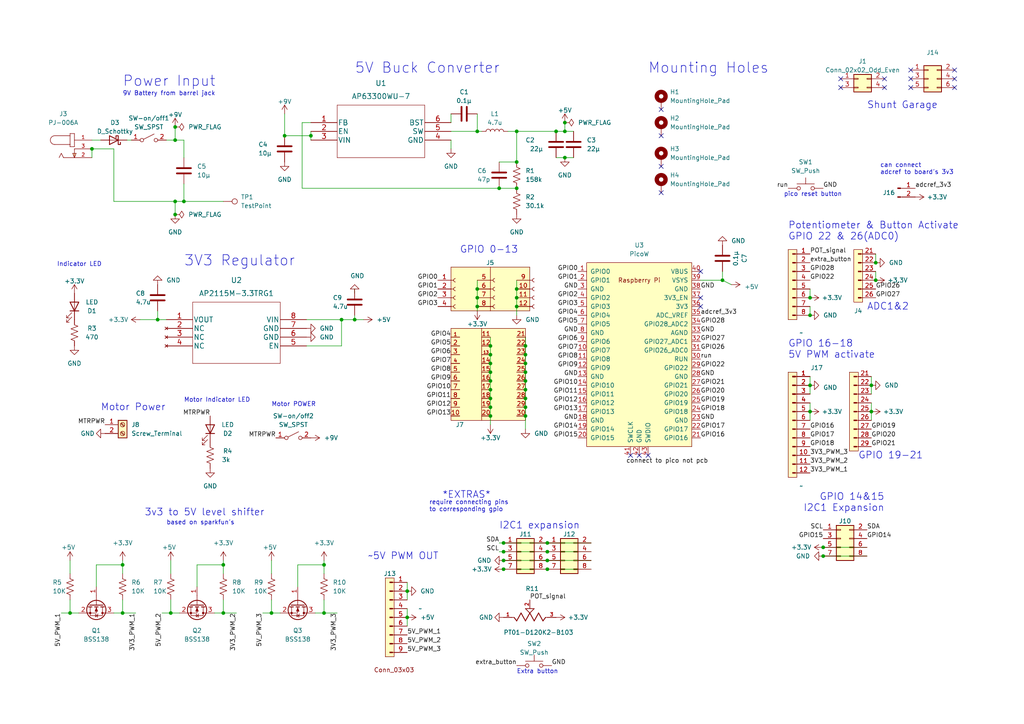
<source format=kicad_sch>
(kicad_sch (version 20230121) (generator eeschema)
  (paper "A4")
  (junction (at 35.56 177.8))
  (junction (at 152.4 115.57))
  (junction (at 102.87 92.71))
  (junction (at 152.4 105.41))
  (junction (at 254 81.28))
  (junction (at 142.24 107.95))
  (junction (at 118.11 171.45))
  (junction (at 142.24 100.33))
  (junction (at 149.86 86.36))
  (junction (at 234.95 111.76))
  (junction (at 138.43 86.36))
  (junction (at 50.8 58.42))
  (junction (at 138.43 88.9))
  (junction (at 64.77 177.8))
  (junction (at 158.75 162.56))
  (junction (at 49.53 177.8))
  (junction (at 142.24 115.57))
  (junction (at 163.83 38.1))
  (junction (at 163.83 45.72))
  (junction (at 149.86 46.99))
  (junction (at 146.05 160.02))
  (junction (at 149.86 83.82))
  (junction (at 149.86 54.61))
  (junction (at 99.06 92.71))
  (junction (at 138.43 83.82))
  (junction (at 152.4 107.95))
  (junction (at 138.43 38.1))
  (junction (at 142.24 118.11))
  (junction (at 90.17 39.37))
  (junction (at 142.24 113.03))
  (junction (at 142.24 105.41))
  (junction (at 238.76 161.29))
  (junction (at 20.32 177.8))
  (junction (at 158.75 160.02))
  (junction (at 209.55 81.28))
  (junction (at 26.67 43.18))
  (junction (at 158.75 165.1))
  (junction (at 152.4 110.49))
  (junction (at 53.34 58.42))
  (junction (at 152.4 118.11))
  (junction (at 254 76.2))
  (junction (at 161.29 38.1))
  (junction (at 152.4 100.33))
  (junction (at 149.86 38.1))
  (junction (at 234.95 86.36))
  (junction (at 163.83 35.56))
  (junction (at 50.8 40.64))
  (junction (at 238.76 158.75))
  (junction (at 146.05 157.48))
  (junction (at 78.74 177.8))
  (junction (at 93.98 177.8))
  (junction (at 152.4 113.03))
  (junction (at 118.11 179.07))
  (junction (at 152.4 120.65))
  (junction (at 50.8 62.23))
  (junction (at 50.8 36.83))
  (junction (at 158.75 157.48))
  (junction (at 146.05 162.56))
  (junction (at 234.95 119.38))
  (junction (at 93.98 163.83))
  (junction (at 82.55 39.37))
  (junction (at 144.78 54.61))
  (junction (at 142.24 102.87))
  (junction (at 142.24 110.49))
  (junction (at 146.05 165.1))
  (junction (at 45.72 92.71))
  (junction (at 142.24 120.65))
  (junction (at 64.77 163.83))
  (junction (at 152.4 102.87))
  (junction (at 234.95 91.44))
  (junction (at 252.73 119.38))
  (junction (at 252.73 111.76))
  (junction (at 149.86 88.9))
  (junction (at 35.56 163.83))
  (no_connect (at 185.42 132.08))
  (no_connect (at 256.54 22.86))
  (no_connect (at 276.86 20.32))
  (no_connect (at 191.77 48.26))
  (no_connect (at 203.2 86.36))
  (no_connect (at 276.86 22.86))
  (no_connect (at 256.54 25.4))
  (no_connect (at 243.84 25.4))
  (no_connect (at 264.16 25.4))
  (no_connect (at 243.84 22.86))
  (no_connect (at 187.96 132.08))
  (no_connect (at 191.77 31.75))
  (no_connect (at 264.16 22.86))
  (no_connect (at 191.77 39.37))
  (no_connect (at 203.2 78.74))
  (no_connect (at 203.2 88.9))
  (no_connect (at 276.86 25.4))
  (no_connect (at 264.16 20.32))
  (no_connect (at 191.77 55.88))
  (no_connect (at 182.88 132.08))
  (wire (pts (xy 26.67 43.18) (xy 33.02 43.18)))
  (wire (pts (xy 130.81 40.64) (xy 130.81 43.18)))
  (wire (pts (xy 78.74 162.56) (xy 78.74 166.37)))
  (wire (pts (xy 40.64 92.71) (xy 45.72 92.71)))
  (wire (pts (xy 234.95 119.38) (xy 234.95 121.92)))
  (wire (pts (xy 20.32 162.56) (xy 20.32 166.37)))
  (wire (pts (xy 252.73 116.84) (xy 252.73 119.38)))
  (wire (pts (xy 118.11 179.07) (xy 118.11 181.61)))
  (wire (pts (xy 146.05 157.48) (xy 158.75 157.48)))
  (wire (pts (xy 87.63 35.56) (xy 90.17 35.56)))
  (wire (pts (xy 35.56 173.99) (xy 35.56 177.8)))
  (wire (pts (xy 45.72 92.71) (xy 48.26 92.71)))
  (wire (pts (xy 138.43 81.28) (xy 138.43 83.82)))
  (wire (pts (xy 142.24 97.79) (xy 142.24 100.33)))
  (wire (pts (xy 142.24 115.57) (xy 142.24 118.11)))
  (wire (pts (xy 57.15 170.18) (xy 57.15 163.83)))
  (wire (pts (xy 158.75 157.48) (xy 171.45 157.48)))
  (wire (pts (xy 234.95 116.84) (xy 234.95 119.38)))
  (wire (pts (xy 138.43 88.9) (xy 138.43 90.17)))
  (wire (pts (xy 27.94 170.18) (xy 27.94 163.83)))
  (wire (pts (xy 76.2 177.8) (xy 78.74 177.8)))
  (wire (pts (xy 142.24 107.95) (xy 142.24 110.49)))
  (wire (pts (xy 88.9 92.71) (xy 99.06 92.71)))
  (wire (pts (xy 142.24 110.49) (xy 142.24 113.03)))
  (wire (pts (xy 99.06 92.71) (xy 99.06 100.33)))
  (wire (pts (xy 57.15 163.83) (xy 64.77 163.83)))
  (wire (pts (xy 142.24 102.87) (xy 142.24 105.41)))
  (wire (pts (xy 102.87 91.44) (xy 102.87 92.71)))
  (wire (pts (xy 118.11 171.45) (xy 118.11 173.99)))
  (wire (pts (xy 252.73 111.76) (xy 252.73 114.3)))
  (wire (pts (xy 62.23 177.8) (xy 64.77 177.8)))
  (wire (pts (xy 35.56 162.56) (xy 35.56 163.83)))
  (wire (pts (xy 254 78.74) (xy 254 81.28)))
  (wire (pts (xy 78.74 177.8) (xy 81.28 177.8)))
  (wire (pts (xy 144.78 46.99) (xy 149.86 46.99)))
  (wire (pts (xy 35.56 177.8) (xy 39.37 177.8)))
  (wire (pts (xy 152.4 97.79) (xy 152.4 100.33)))
  (wire (pts (xy 20.32 177.8) (xy 22.86 177.8)))
  (wire (pts (xy 33.02 58.42) (xy 50.8 58.42)))
  (wire (pts (xy 99.06 92.71) (xy 102.87 92.71)))
  (wire (pts (xy 50.8 40.64) (xy 53.34 40.64)))
  (wire (pts (xy 33.02 177.8) (xy 35.56 177.8)))
  (wire (pts (xy 50.8 58.42) (xy 53.34 58.42)))
  (wire (pts (xy 33.02 43.18) (xy 33.02 58.42)))
  (wire (pts (xy 17.78 177.8) (xy 20.32 177.8)))
  (wire (pts (xy 49.53 162.56) (xy 49.53 166.37)))
  (wire (pts (xy 87.63 54.61) (xy 87.63 35.56)))
  (wire (pts (xy 158.75 165.1) (xy 171.45 165.1)))
  (wire (pts (xy 163.83 38.1) (xy 166.37 38.1)))
  (wire (pts (xy 102.87 92.71) (xy 105.41 92.71)))
  (wire (pts (xy 234.95 109.22) (xy 234.95 111.76)))
  (wire (pts (xy 49.53 177.8) (xy 52.07 177.8)))
  (wire (pts (xy 234.95 83.82) (xy 234.95 86.36)))
  (wire (pts (xy 138.43 86.36) (xy 138.43 88.9)))
  (wire (pts (xy 82.55 39.37) (xy 90.17 39.37)))
  (wire (pts (xy 149.86 81.28) (xy 149.86 83.82)))
  (wire (pts (xy 20.32 173.99) (xy 20.32 177.8)))
  (wire (pts (xy 238.76 158.75) (xy 251.46 158.75)))
  (wire (pts (xy 161.29 45.72) (xy 163.83 45.72)))
  (wire (pts (xy 149.86 38.1) (xy 161.29 38.1)))
  (wire (pts (xy 53.34 53.34) (xy 53.34 58.42)))
  (wire (pts (xy 152.4 100.33) (xy 152.4 102.87)))
  (wire (pts (xy 152.4 118.11) (xy 152.4 120.65)))
  (wire (pts (xy 49.53 173.99) (xy 49.53 177.8)))
  (wire (pts (xy 91.44 177.8) (xy 93.98 177.8)))
  (wire (pts (xy 144.78 157.48) (xy 146.05 157.48)))
  (wire (pts (xy 53.34 45.72) (xy 53.34 40.64)))
  (wire (pts (xy 90.17 38.1) (xy 90.17 39.37)))
  (wire (pts (xy 144.78 160.02) (xy 146.05 160.02)))
  (wire (pts (xy 252.73 119.38) (xy 252.73 121.92)))
  (wire (pts (xy 142.24 113.03) (xy 142.24 115.57)))
  (wire (pts (xy 35.56 163.83) (xy 35.56 166.37)))
  (wire (pts (xy 149.86 88.9) (xy 149.86 91.44)))
  (wire (pts (xy 149.86 38.1) (xy 149.86 46.99)))
  (wire (pts (xy 152.4 105.41) (xy 152.4 107.95)))
  (wire (pts (xy 163.83 35.56) (xy 163.83 38.1)))
  (wire (pts (xy 149.86 83.82) (xy 149.86 86.36)))
  (wire (pts (xy 138.43 83.82) (xy 138.43 86.36)))
  (wire (pts (xy 158.75 160.02) (xy 171.45 160.02)))
  (wire (pts (xy 152.4 113.03) (xy 152.4 115.57)))
  (wire (pts (xy 252.73 109.22) (xy 252.73 111.76)))
  (wire (pts (xy 152.4 120.65) (xy 152.4 124.46)))
  (wire (pts (xy 142.24 120.65) (xy 142.24 123.19)))
  (wire (pts (xy 152.4 107.95) (xy 152.4 110.49)))
  (wire (pts (xy 93.98 162.56) (xy 93.98 163.83)))
  (wire (pts (xy 93.98 173.99) (xy 93.98 177.8)))
  (wire (pts (xy 130.81 35.56) (xy 130.81 33.02)))
  (wire (pts (xy 144.78 54.61) (xy 149.86 54.61)))
  (wire (pts (xy 147.32 38.1) (xy 149.86 38.1)))
  (wire (pts (xy 78.74 173.99) (xy 78.74 177.8)))
  (wire (pts (xy 209.55 78.74) (xy 209.55 81.28)))
  (wire (pts (xy 53.34 58.42) (xy 64.77 58.42)))
  (wire (pts (xy 142.24 118.11) (xy 142.24 120.65)))
  (wire (pts (xy 118.11 168.91) (xy 118.11 171.45)))
  (wire (pts (xy 86.36 170.18) (xy 86.36 163.83)))
  (wire (pts (xy 26.67 43.18) (xy 26.67 45.72)))
  (wire (pts (xy 149.86 86.36) (xy 149.86 88.9)))
  (wire (pts (xy 234.95 88.9) (xy 234.95 91.44)))
  (wire (pts (xy 93.98 163.83) (xy 93.98 166.37)))
  (wire (pts (xy 158.75 162.56) (xy 171.45 162.56)))
  (wire (pts (xy 64.77 163.83) (xy 64.77 166.37)))
  (wire (pts (xy 102.87 83.82) (xy 102.87 85.09)))
  (wire (pts (xy 93.98 177.8) (xy 97.79 177.8)))
  (wire (pts (xy 45.72 90.17) (xy 45.72 92.71)))
  (wire (pts (xy 163.83 45.72) (xy 166.37 45.72)))
  (wire (pts (xy 146.05 165.1) (xy 158.75 165.1)))
  (wire (pts (xy 38.1 40.64) (xy 36.83 40.64)))
  (wire (pts (xy 90.17 39.37) (xy 90.17 40.64)))
  (wire (pts (xy 152.4 110.49) (xy 152.4 113.03)))
  (wire (pts (xy 27.94 163.83) (xy 35.56 163.83)))
  (wire (pts (xy 50.8 58.42) (xy 50.8 62.23)))
  (wire (pts (xy 82.55 33.02) (xy 82.55 39.37)))
  (wire (pts (xy 86.36 163.83) (xy 93.98 163.83)))
  (wire (pts (xy 50.8 36.83) (xy 50.8 40.64)))
  (wire (pts (xy 209.55 81.28) (xy 212.09 82.55)))
  (wire (pts (xy 146.05 160.02) (xy 158.75 160.02)))
  (wire (pts (xy 138.43 33.02) (xy 138.43 38.1)))
  (wire (pts (xy 152.4 115.57) (xy 152.4 118.11)))
  (wire (pts (xy 46.99 177.8) (xy 49.53 177.8)))
  (wire (pts (xy 139.7 38.1) (xy 138.43 38.1)))
  (wire (pts (xy 64.77 173.99) (xy 64.77 177.8)))
  (wire (pts (xy 203.2 81.28) (xy 209.55 81.28)))
  (wire (pts (xy 146.05 162.56) (xy 158.75 162.56)))
  (wire (pts (xy 161.29 38.1) (xy 163.83 38.1)))
  (wire (pts (xy 64.77 162.56) (xy 64.77 163.83)))
  (wire (pts (xy 48.26 40.64) (xy 50.8 40.64)))
  (wire (pts (xy 144.78 54.61) (xy 87.63 54.61)))
  (wire (pts (xy 152.4 102.87) (xy 152.4 105.41)))
  (wire (pts (xy 26.67 40.64) (xy 29.21 40.64)))
  (wire (pts (xy 238.76 161.29) (xy 251.46 161.29)))
  (wire (pts (xy 64.77 177.8) (xy 68.58 177.8)))
  (wire (pts (xy 118.11 176.53) (xy 118.11 179.07)))
  (wire (pts (xy 130.81 38.1) (xy 138.43 38.1)))
  (wire (pts (xy 88.9 100.33) (xy 99.06 100.33)))
  (wire (pts (xy 142.24 105.41) (xy 142.24 107.95)))
  (wire (pts (xy 142.24 100.33) (xy 142.24 102.87)))
  (wire (pts (xy 234.95 111.76) (xy 234.95 114.3)))
  (wire (pts (xy 254 73.66) (xy 254 76.2)))
  (text "require connecting pins\nto corresponding gpio" (at 124.46 148.59 0) (effects (font (size 1.27 1.27)) (justify left bottom)))
  (text "5.5V zener same idea" (at 309.88 120.65 0) (effects (font (size 1.27 1.27)) (justify left bottom)))
  (text "Mounting Holes" (at 187.96 21.59 0) (effects (font (size 3 3)) (justify left bottom)))
  (text "GPIO 16-18\n5V PWM activate" (at 228.6 104.14 0) (effects (font (size 2 2)) (justify left bottom)))
  (text "GPIO 19-21\n" (at 248.92 133.35 0) (effects (font (size 2 2)) (justify left bottom)))
  (text "I2C1 expansion" (at 144.78 153.67 0) (effects (font (size 2 2)) (justify left bottom)))
  (text "reverse polarity protection for barrel jack\n~build on breadboard first..." (at 309.88 106.68 0) (effects (font (size 1.27 1.27)) (justify left bottom)))
  (text "3V3 Regulator" (at 53.34 77.47 0) (effects (font (size 3 3)) (justify left bottom)))
  (text "3v3 to 5V level shifter\n" (at 41.91 149.86 0) (effects (font (size 2 2)) (justify left bottom)))
  (text "can connect \nadcref to board's 3v3" (at 255.27 50.8 0) (effects (font (size 1.27 1.27)) (justify left bottom)))
  (text "~5V PWM OUT" (at 106.68 162.56 0) (effects (font (size 2 2)) (justify left bottom)))
  (text "Extra button\n" (at 149.86 195.58 0) (effects (font (size 1.27 1.27)) (justify left bottom)))
  (text "Potentiometer & Button Activate\nGPIO 22 & 26(ADC0)" (at 228.6 69.85 0) (effects (font (size 2 2)) (justify left bottom)))
  (text "Power Input" (at 35.56 25.4 0) (effects (font (size 3 3)) (justify left bottom)))
  (text "based on sparkfun's" (at 48.26 152.4 0) (effects (font (size 1.27 1.27)) (justify left bottom)))
  (text "pico reset button\n" (at 227.33 57.15 0) (effects (font (size 1.27 1.27)) (justify left bottom)))
  (text "Motor Power" (at 29.21 119.38 0) (effects (font (size 2 2)) (justify left bottom)))
  (text "5V Buck Converter\n" (at 102.87 21.59 0) (effects (font (size 3 3)) (justify left bottom)))
  (text "ADC1&2" (at 251.46 90.17 0) (effects (font (size 2 2)) (justify left bottom)))
  (text "9V Battery from barrel jack" (at 35.56 27.94 0) (effects (font (size 1.27 1.27)) (justify left bottom)))
  (text "3.5 v zener that can handle the current to ground, with fuse" (at 306.07 114.3 0) (effects (font (size 1.27 1.27)) (justify left bottom)))
  (text "Shunt Garage" (at 251.46 31.75 0) (effects (font (size 2 2)) (justify left bottom)))
  (text "GPIO 0-13" (at 133.35 73.66 0) (effects (font (size 2 2)) (justify left bottom)))
  (text "Indicator LED" (at 16.51 77.47 0) (effects (font (size 1.27 1.27)) (justify left bottom)))
  (text "Motor Indicator LED" (at 53.34 116.84 0) (effects (font (size 1.27 1.27)) (justify left bottom)))
  (text "Motor POWER" (at 78.74 118.11 0) (effects (font (size 1.27 1.27)) (justify left bottom)))
  (text "*EXTRAS*" (at 128.27 144.78 0) (effects (font (size 2 2)) (justify left bottom)))
  (text "GPIO 14&15\nI2C1 Expansion" (at 256.54 148.59 0) (effects (font (size 2 2)) (justify right bottom)))
  (label "GPIO13" (at 167.64 119.38 180))
  (label "GPIO28" (at 234.95 78.74 0))
  (label "GPIO27" (at 203.2 99.06 0))
  (label "GPIO5" (at 167.64 93.98 180))
  (label "GPIO0" (at 167.64 78.74 180))
  (label "GPIO7" (at 130.81 105.41 180))
  (label "GPIO9" (at 130.81 110.49 180))
  (label "GPIO21" (at 203.2 111.76 0))
  (label "5V_PWM_2" (at 46.99 177.8 270))
  (label "GPIO0" (at 127 81.28 180))
  (label "SCL" (at 144.78 160.02 180))
  (label "extra_button" (at 234.95 76.2 0))
  (label "GPIO18" (at 203.2 119.38 0))
  (label "GPIO5" (at 130.81 100.33 180))
  (label "POT_signal" (at 153.67 173.99 0))
  (label "extra_button" (at 149.86 193.04 180))
  (label "GPIO2" (at 127 86.36 180))
  (label "5V_PWM_1" (at 17.78 177.8 270))
  (label "GPIO26" (at 254 83.82 0))
  (label "GND" (at 167.64 121.92 180))
  (label "5V_PWM_2" (at 118.11 186.69 0))
  (label "GPIO8" (at 130.81 107.95 180))
  (label "GPIO28" (at 203.2 93.98 0))
  (label "GPIO22" (at 203.2 106.68 0))
  (label "GPIO16" (at 234.95 124.46 0))
  (label "SCL" (at 238.76 153.67 180))
  (label "GPIO15" (at 167.64 127 180))
  (label "GND" (at 238.76 54.61 0))
  (label "GPIO26" (at 203.2 101.6 0))
  (label "GPIO19" (at 203.2 116.84 0))
  (label "GPIO1" (at 127 83.82 180))
  (label "GPIO15" (at 238.76 156.21 180))
  (label "3V3_PWM_3" (at 97.79 177.8 270))
  (label "GPIO10" (at 167.64 111.76 180))
  (label "GPIO10" (at 130.81 113.03 180))
  (label "GND" (at 203.2 83.82 0))
  (label "GND" (at 167.64 83.82 180))
  (label "GPIO16" (at 203.2 127 0))
  (label "GPIO1" (at 167.64 81.28 180))
  (label "GPIO17" (at 203.2 124.46 0))
  (label "5V_PWM_3" (at 76.2 177.8 270))
  (label "3V3_PWM_3" (at 234.95 132.08 0))
  (label "GPIO3" (at 167.64 88.9 180))
  (label "GPIO3" (at 127 88.9 180))
  (label "connect to pico not pcb" (at 181.61 134.62 0))
  (label "GPIO7" (at 167.64 101.6 180))
  (label "GPIO14" (at 167.64 124.46 180))
  (label "MTRPWR" (at 60.96 120.65 180))
  (label "GPIO13" (at 130.81 120.65 180))
  (label "POT_signal" (at 234.95 73.66 0))
  (label "GPIO21" (at 252.73 129.54 0))
  (label "GPIO11" (at 130.81 115.57 180))
  (label "GPIO20" (at 203.2 114.3 0))
  (label "MTRPWR" (at 80.01 127 180))
  (label "run" (at 203.2 104.14 0))
  (label "3V3_PWM_2" (at 234.95 134.62 0))
  (label "3V3_PWM_2" (at 68.58 177.8 270))
  (label "5V_PWM_1" (at 118.11 184.15 0))
  (label "GPIO12" (at 167.64 116.84 180))
  (label "MTRPWR" (at 30.48 123.19 180))
  (label "adcref_3v3" (at 265.43 54.61 0))
  (label "GPIO4" (at 167.64 91.44 180))
  (label "GPIO12" (at 130.81 118.11 180))
  (label "GND" (at 203.2 96.52 0))
  (label "SDA" (at 251.46 153.67 0))
  (label "GPIO14" (at 251.46 156.21 0))
  (label "GND" (at 203.2 109.22 0))
  (label "GPIO6" (at 167.64 99.06 180))
  (label "GND" (at 167.64 96.52 180))
  (label "GPIO11" (at 167.64 114.3 180))
  (label "GND" (at 203.2 121.92 0))
  (label "GND" (at 167.64 109.22 180))
  (label "GPIO9" (at 167.64 106.68 180))
  (label "GPIO20" (at 252.73 127 0))
  (label "run" (at 228.6 54.61 180))
  (label "3V3_PWM_1" (at 234.95 137.16 0))
  (label "GPIO22" (at 234.95 81.28 0))
  (label "GPIO2" (at 167.64 86.36 180))
  (label "GPIO6" (at 130.81 102.87 180))
  (label "GPIO18" (at 234.95 129.54 0))
  (label "SDA" (at 144.78 157.48 180))
  (label "GPIO17" (at 234.95 127 0))
  (label "GPIO8" (at 167.64 104.14 180))
  (label "adcref_3v3" (at 203.2 91.44 0))
  (label "3V3_PWM_1" (at 39.37 177.8 270))
  (label "GPIO27" (at 254 86.36 0))
  (label "GPIO19" (at 252.73 124.46 0))
  (label "5V_PWM_3" (at 118.11 189.23 0))
  (label "GND" (at 160.02 193.04 0))
  (label "GPIO4" (at 130.81 97.79 180))
  (symbol (lib_id "Transistor_FET:BSS138") (at 27.94 175.26 270) (unit 1)
    (property "Reference" "Q1" (at 27.94 182.88 90))
    (property "Value" "BSS138" (at 27.94 185.42 90))
    (property "Footprint" "Package_TO_SOT_SMD:SOT-23" (effects hide))
    (property "Datasheet" "https://www.onsemi.com/pub/Collateral/BSS138-D.PDF" (effects hide))
  )
  (symbol (lib_id "Regulator_Linear:AP2115M-3.3TRG1") (at 48.26 92.71 0) (unit 1)
    (property "Reference" "U2" (at 68.58 81.28 0) (effects (font (size 1.524 1.524))))
    (property "Value" "AP2115M-3.3TRG1" (at 68.58 85.09 0) (effects (font (size 1.524 1.524))))
    (property "Footprint" "PicoShieldHeaders:AP2115M-3.3TRG1" (effects hide))
  )
  (symbol (lib_id "power:GND") (at 152.4 124.46 0) (unit 1)
    (property "Reference" "#PWR026" (effects hide))
    (property "Value" "GND" (at 154.94 125.7299 0) (effects (justify left)))
  )
  (symbol (lib_id "Device:L") (at 143.51 38.1 90) (unit 1)
    (property "Reference" "L1" (at 143.51 33.02 90))
    (property "Value" "4.7u" (at 143.51 35.56 90))
    (property "Footprint" "PicoShieldHeaders:BWVS00606045" (effects hide))
  )
  (symbol (lib_id "power:+3.3V") (at 234.95 119.38 270) (unit 1)
    (property "Reference" "#PWR049" (effects hide))
    (property "Value" "+3.3V" (at 241.3 119.38 90))
  )
  (symbol (lib_id "Device:C") (at 166.37 41.91 0) (unit 1)
    (property "Reference" "C3" (at 170.18 40.6399 0) (effects (justify left)))
    (property "Value" "22μ" (at 170.18 43.18 0) (effects (justify left)))
    (property "Footprint" "Capacitor_SMD:C_0805_2012Metric" (effects hide))
  )
  (symbol (lib_id "power:GND") (at 60.96 135.89 0) (unit 1)
    (property "Reference" "#PWR030" (effects hide))
    (property "Value" "GND" (at 60.96 140.97 0))
  )
  (symbol (lib_id "power:+3.3V") (at 142.24 123.19 180) (unit 1)
    (property "Reference" "#PWR027" (effects hide))
    (property "Value" "+3.3V" (at 142.24 127 0))
  )
  (symbol (lib_id "power:+3.3V") (at 254 81.28 270) (unit 1)
    (property "Reference" "#PWR025" (effects hide))
    (property "Value" "+3.3V" (at 260.35 81.28 90))
  )
  (symbol (lib_id "Transistor_FET:BSS138") (at 57.15 175.26 270) (unit 1)
    (property "Reference" "Q2" (at 57.15 182.88 90))
    (property "Value" "BSS138" (at 57.15 185.42 90))
    (property "Footprint" "Package_TO_SOT_SMD:SOT-23" (effects hide))
    (property "Datasheet" "https://www.onsemi.com/pub/Collateral/BSS138-D.PDF" (effects hide))
  )
  (symbol (lib_id "power:GND") (at 82.55 46.99 0) (unit 1)
    (property "Reference" "#PWR08" (effects hide))
    (property "Value" "GND" (at 82.55 52.07 0))
  )
  (symbol (lib_id "power:GND") (at 21.59 100.33 0) (unit 1)
    (property "Reference" "#PWR024" (effects hide))
    (property "Value" "GND" (at 21.59 105.41 0))
  )
  (symbol (lib_id "power:GND") (at 149.86 62.23 0) (unit 1)
    (property "Reference" "#PWR012" (effects hide))
    (property "Value" "GND" (at 149.86 67.31 0))
  )
  (symbol (lib_id "power:+3.3V") (at 234.95 86.36 270) (unit 1)
    (property "Reference" "#PWR09" (effects hide))
    (property "Value" "+3.3V" (at 241.3 86.36 90))
  )
  (symbol (lib_id "Pico_Shield_Headers:Conn_22,24-26") (at 232.41 96.52 0) (unit 1)
    (property "Reference" "J4" (at 248.92 90.17 0))
    (property "Value" "~" (at 232.41 96.52 0))
    (property "Footprint" "PicoShieldHeaders:Conn_22,24-26" (effects hide))
  )
  (symbol (lib_id "Device:R_US") (at 93.98 170.18 0) (unit 1)
    (property "Reference" "R10" (at 96.52 168.9099 0) (effects (justify left)))
    (property "Value" "10K" (at 96.52 171.4499 0) (effects (justify left)))
    (property "Footprint" "Resistor_SMD:R_0603_1608Metric" (effects hide))
  )
  (symbol (lib_id "Device:LED") (at 60.96 124.46 270) (mirror x) (unit 1)
    (property "Reference" "D2" (at 66.04 125.73 90))
    (property "Value" "LED" (at 66.04 123.19 90))
    (property "Footprint" "LED_SMD:LED_0603_1608Metric" (effects hide))
  )
  (symbol (lib_id "Device:LED") (at 21.59 88.9 270) (mirror x) (unit 1)
    (property "Reference" "D1" (at 26.67 90.17 90))
    (property "Value" "LED" (at 26.67 87.63 90))
    (property "Footprint" "LED_SMD:LED_0603_1608Metric" (effects hide))
  )
  (symbol (lib_id "Device:C") (at 53.34 49.53 0) (unit 1)
    (property "Reference" "C5" (at 57.15 48.2599 0) (effects (justify left)))
    (property "Value" "10μ" (at 57.15 50.7999 0) (effects (justify left)))
    (property "Footprint" "Capacitor_SMD:C_0805_2012Metric" (effects hide))
  )
  (symbol (lib_id "Device:R_US") (at 64.77 170.18 0) (unit 1)
    (property "Reference" "R8" (at 67.31 168.9099 0) (effects (justify left)))
    (property "Value" "10K" (at 67.31 171.4499 0) (effects (justify left)))
    (property "Footprint" "Resistor_SMD:R_0603_1608Metric" (effects hide))
  )
  (symbol (lib_id "power:+3.3V") (at 64.77 162.56 0) (unit 1)
    (property "Reference" "#PWR040" (effects hide))
    (property "Value" "+3.3V" (at 64.77 157.48 0))
  )
  (symbol (lib_id "Connector_Generic:Conn_02x04_Odd_Even") (at 163.83 160.02 0) (unit 1)
    (property "Reference" "J12" (at 165.1 154.94 0))
    (property "Value" "Conn_02x04_Odd_Even" (effects hide))
    (property "Footprint" "PicoShieldHeaders:PinHeader_2x04_P2.54_Vertical_I2C" (effects hide))
  )
  (symbol (lib_id "Switch:SW_Push") (at 233.68 54.61 0) (unit 1)
    (property "Reference" "SW1" (at 233.68 46.99 0))
    (property "Value" "SW_Push" (at 233.68 49.53 0))
    (property "Footprint" "Button_Switch_THT:SW_TH_Tactile_Omron_B3F-10xx" (effects hide))
  )
  (symbol (lib_id "Connector:TestPoint") (at 64.77 58.42 270) (unit 1)
    (property "Reference" "TP1" (at 69.85 57.1499 90) (effects (justify left)))
    (property "Value" "TestPoint" (at 69.85 59.6899 90) (effects (justify left)))
    (property "Footprint" "Connector_PinHeader_2.54mm:PinHeader_1x01_P2.54mm_Vertical" (effects hide))
  )
  (symbol (lib_id "power:GND") (at 88.9 97.79 90) (unit 1)
    (property "Reference" "#PWR023" (effects hide))
    (property "Value" "GND" (at 92.71 97.7899 90) (effects (justify right)))
  )
  (symbol (lib_id "power:+3.3V") (at 93.98 162.56 0) (unit 1)
    (property "Reference" "#PWR042" (effects hide))
    (property "Value" "+3.3V" (at 93.98 157.48 0))
  )
  (symbol (lib_id "power:+5V") (at 78.74 162.56 0) (unit 1)
    (property "Reference" "#PWR041" (effects hide))
    (property "Value" "+5V" (at 76.2 158.75 0) (effects (justify left)))
  )
  (symbol (lib_id "power:GND") (at 149.86 91.44 0) (unit 1)
    (property "Reference" "#PWR017" (effects hide))
    (property "Value" "GND" (at 152.4 92.7099 0) (effects (justify left)))
  )
  (symbol (lib_id "power:GND") (at 45.72 82.55 180) (unit 1)
    (property "Reference" "#PWR014" (effects hide))
    (property "Value" "GND" (at 48.26 81.2799 0) (effects (justify right)))
  )
  (symbol (lib_id "power:+3.3V") (at 138.43 90.17 180) (unit 1)
    (property "Reference" "#PWR015" (effects hide))
    (property "Value" "+3.3V" (at 138.43 93.98 0))
  )
  (symbol (lib_id "power:+5V") (at 118.11 179.07 270) (unit 1)
    (property "Reference" "#PWR044" (effects hide))
    (property "Value" "+5V" (at 121.92 179.07 90) (effects (justify left)))
  )
  (symbol (lib_id "Switch:SW_SPST") (at 85.09 127 0) (unit 1)
    (property "Reference" "SW-on/off2" (at 85.09 120.65 0))
    (property "Value" "SW_SPST" (at 85.09 123.19 0))
    (property "Footprint" "PicoShieldHeaders:SW_OS102011MS2QN1" (effects hide))
  )
  (symbol (lib_id "power:+3.3V") (at 40.64 92.71 90) (unit 1)
    (property "Reference" "#PWR019" (effects hide))
    (property "Value" "+3.3V" (at 34.29 92.71 90))
  )
  (symbol (lib_id "Connector_Generic:Conn_02x04_Odd_Even") (at 151.13 160.02 0) (unit 1)
    (property "Reference" "J11" (at 152.4 154.94 0))
    (property "Value" "Conn_02x04_Odd_Even" (effects hide))
    (property "Footprint" "PicoShieldHeaders:PinHeader_2x04_P2.54_Vertical_I2C" (effects hide))
  )
  (symbol (lib_id "Mechanical:MountingHole_Pad") (at 191.77 53.34 0) (unit 1)
    (property "Reference" "H4" (at 194.31 50.7999 0) (effects (justify left)))
    (property "Value" "MountingHole_Pad" (at 194.31 53.3399 0) (effects (justify left)))
    (property "Footprint" "MountingHole:MountingHole_3.2mm_M3_ISO7380_Pad" (effects hide))
  )
  (symbol (lib_id "Device:R_US") (at 21.59 96.52 0) (unit 1)
    (property "Reference" "R3" (at 26.67 95.25 0))
    (property "Value" "470" (at 26.67 97.79 0))
    (property "Footprint" "Resistor_SMD:R_0603_1608Metric" (effects hide))
  )
  (symbol (lib_id "Device:R_US") (at 149.86 50.8 180) (unit 1)
    (property "Reference" "R1" (at 152.4 49.5299 0) (effects (justify right)))
    (property "Value" "158k" (at 152.4 52.0699 0) (effects (justify right)))
    (property "Footprint" "Resistor_SMD:R_0603_1608Metric" (effects hide))
  )
  (symbol (lib_id "power:PWR_FLAG") (at 163.83 35.56 270) (unit 1)
    (property "Reference" "#FLG01" (effects hide))
    (property "Value" "PWR_FLAG" (at 167.64 35.5599 90) (effects (justify left)))
  )
  (symbol (lib_id "Mechanical:MountingHole_Pad") (at 191.77 36.83 0) (unit 1)
    (property "Reference" "H2" (at 194.31 34.2899 0) (effects (justify left)))
    (property "Value" "MountingHole_Pad" (at 194.31 36.8299 0) (effects (justify left)))
    (property "Footprint" "MountingHole:MountingHole_3.2mm_M3_ISO7380_Pad" (effects hide))
  )
  (symbol (lib_id "power:GND") (at 163.83 45.72 0) (unit 1)
    (property "Reference" "#PWR07" (effects hide))
    (property "Value" "GND" (at 163.83 50.8 0))
  )
  (symbol (lib_id "power:GND") (at 234.95 91.44 90) (unit 1)
    (property "Reference" "#PWR013" (effects hide))
    (property "Value" "GND" (at 238.76 91.44 90) (effects (justify right)))
  )
  (symbol (lib_id "power:+5V") (at 212.09 82.55 270) (unit 1)
    (property "Reference" "#PWR04" (effects hide))
    (property "Value" "+5V" (at 215.9 83.185 90) (effects (justify left)))
  )
  (symbol (lib_id "Mechanical:MountingHole_Pad") (at 191.77 29.21 0) (unit 1)
    (property "Reference" "H1" (at 194.31 26.6699 0) (effects (justify left)))
    (property "Value" "MountingHole_Pad" (at 194.31 29.2099 0) (effects (justify left)))
    (property "Footprint" "MountingHole:MountingHole_3.2mm_M3_ISO7380_Pad" (effects hide))
  )
  (symbol (lib_id "power:+3.3V") (at 161.29 179.07 270) (unit 1)
    (property "Reference" "#PWR046" (effects hide))
    (property "Value" "+3.3V" (at 167.64 179.07 90))
  )
  (symbol (lib_id "Device:C") (at 161.29 41.91 0) (unit 1)
    (property "Reference" "C2" (at 152.4 40.64 0) (effects (justify left)))
    (property "Value" "22μ" (at 153.67 43.18 0) (effects (justify left)))
    (property "Footprint" "Capacitor_SMD:C_0805_2012Metric" (effects hide))
  )
  (symbol (lib_id "Switch:SW_SPST") (at 43.18 40.64 0) (unit 1)
    (property "Reference" "SW-on/off1" (at 43.18 34.29 0))
    (property "Value" "SW_SPST" (at 43.18 36.83 0))
    (property "Footprint" "PicoShieldHeaders:SW_OS102011MS2QN1" (effects hide))
  )
  (symbol (lib_id "power:GND") (at 146.05 179.07 270) (unit 1)
    (property "Reference" "#PWR045" (effects hide))
    (property "Value" "GND" (at 140.97 179.07 90))
  )
  (symbol (lib_id "power:GND") (at 238.76 161.29 270) (unit 1)
    (property "Reference" "#PWR035" (effects hide))
    (property "Value" "GND" (at 234.95 161.29 90) (effects (justify right)))
  )
  (symbol (lib_id "power:GND") (at 209.55 71.12 180) (unit 1)
    (property "Reference" "#PWR010" (effects hide))
    (property "Value" "GND" (at 212.09 69.8499 0) (effects (justify right)))
  )
  (symbol (lib_id "power:+3.3V") (at 238.76 158.75 90) (unit 1)
    (property "Reference" "#PWR032" (effects hide))
    (property "Value" "+3.3V" (at 232.41 158.75 90))
  )
  (symbol (lib_id "Device:R_US") (at 149.86 58.42 0) (unit 1)
    (property "Reference" "R2" (at 152.4 57.1499 0) (effects (justify left)))
    (property "Value" "30.1k" (at 152.4 59.6899 0) (effects (justify left)))
    (property "Footprint" "Resistor_SMD:R_0603_1608Metric" (effects hide))
  )
  (symbol (lib_id "Pico_Shield_Headers:Conn_16-21") (at 232.41 140.97 0) (unit 1)
    (property "Reference" "J17" (at 236.8931 106.68 0))
    (property "Value" "~" (at 232.41 140.97 0))
    (property "Footprint" "PicoShieldHeaders:Conn_16-21" (effects hide))
  )
  (symbol (lib_id "Device:C") (at 82.55 43.18 0) (unit 1)
    (property "Reference" "C4" (at 74.93 41.91 0) (effects (justify left)))
    (property "Value" "10μ" (at 74.93 44.45 0) (effects (justify left)))
    (property "Footprint" "Capacitor_SMD:C_0805_2012Metric" (effects hide))
  )
  (symbol (lib_id "Device:C") (at 134.62 33.02 90) (unit 1)
    (property "Reference" "C1" (at 134.62 26.67 90))
    (property "Value" "0.1μ" (at 134.62 29.21 90))
    (property "Footprint" "Capacitor_SMD:C_0402_1005Metric" (effects hide))
  )
  (symbol (lib_id "Device:R_US") (at 49.53 170.18 0) (unit 1)
    (property "Reference" "R7" (at 44.45 168.91 0) (effects (justify left)))
    (property "Value" "10K" (at 44.45 171.45 0) (effects (justify left)))
    (property "Footprint" "Resistor_SMD:R_0603_1608Metric" (effects hide))
  )
  (symbol (lib_id "power:PJ-006A") (at 21.59 43.18 0) (unit 1)
    (property "Reference" "J3" (at 18.3515 33.02 0))
    (property "Value" "PJ-006A" (at 18.3515 35.56 0))
    (property "Footprint" "PicoShieldHeaders:CUI_PJ-006A" (effects hide))
    (property "STANDARD" "Manufacturer recommendations" (effects hide))
    (property "MANUFACTURER" "CUI INC" (effects hide))
  )
  (symbol (lib_id "power:+5V") (at 49.53 162.56 0) (unit 1)
    (property "Reference" "#PWR039" (effects hide))
    (property "Value" "+5V" (at 46.99 158.75 0) (effects (justify left)))
  )
  (symbol (lib_id "Device:C") (at 209.55 74.93 0) (unit 1)
    (property "Reference" "C7" (at 215.9 74.93 90))
    (property "Value" "0.1μ" (at 213.36 74.93 90))
    (property "Footprint" "Capacitor_SMD:C_0402_1005Metric" (effects hide))
  )
  (symbol (lib_id "Device:R_US") (at 60.96 132.08 0) (unit 1)
    (property "Reference" "R4" (at 66.04 130.81 0))
    (property "Value" "3k " (at 66.04 133.35 0))
    (property "Footprint" "Resistor_SMD:R_0603_1608Metric" (effects hide))
  )
  (symbol (lib_id "Connector:Conn_03x10") (at 139.7 127 0) (unit 1)
    (property "Reference" "J7" (at 133.35 123.19 0))
    (property "Value" "Conn_03x10" (effects hide))
    (property "Footprint" "PicoShieldHeaders:PinHeader_3x11_P2.54mm_Vertical" (effects hide))
  )
  (symbol (lib_id "power:GND") (at 118.11 171.45 90) (unit 1)
    (property "Reference" "#PWR043" (effects hide))
    (property "Value" "GND" (at 121.92 171.45 90) (effects (justify right)))
  )
  (symbol (lib_id "power:GND") (at 234.95 111.76 90) (unit 1)
    (property "Reference" "#PWR048" (effects hide))
    (property "Value" "GND" (at 238.76 112.395 90) (effects (justify right)))
  )
  (symbol (lib_id "Connector_Generic:Conn_02x02_Odd_Even") (at 248.92 22.86 0) (unit 1)
    (property "Reference" "J1" (at 250.19 17.78 0))
    (property "Value" "Conn_02x02_Odd_Even" (at 250.19 20.32 0))
    (property "Footprint" "Connector_PinSocket_2.54mm:PinSocket_1x04_P2.54mm_Vertical" (effects hide))
  )
  (symbol (lib_id "Device:R_US") (at 35.56 170.18 0) (unit 1)
    (property "Reference" "R6" (at 38.1 168.9099 0) (effects (justify left)))
    (property "Value" "10K" (at 38.1 171.4499 0) (effects (justify left)))
    (property "Footprint" "Resistor_SMD:R_0603_1608Metric" (effects hide))
  )
  (symbol (lib_id "power:+5V") (at 163.83 35.56 0) (unit 1)
    (property "Reference" "#PWR02" (effects hide))
    (property "Value" "+5V" (at 163.83 32.004 0))
  )
  (symbol (lib_id "power:+3.3V") (at 35.56 162.56 0) (unit 1)
    (property "Reference" "#PWR038" (effects hide))
    (property "Value" "+3.3V" (at 35.56 157.48 0))
  )
  (symbol (lib_id "power:+5V") (at 105.41 92.71 270) (unit 1)
    (property "Reference" "#PWR020" (effects hide))
    (property "Value" "+5V" (at 109.22 92.7099 90) (effects (justify left)))
  )
  (symbol (lib_id "power:+5V") (at 20.32 162.56 0) (unit 1)
    (property "Reference" "#PWR037" (effects hide))
    (property "Value" "+5V" (at 17.78 158.75 0) (effects (justify left)))
  )
  (symbol (lib_id "power:+3.3V") (at 265.43 57.15 270) (unit 1)
    (property "Reference" "#PWR047" (effects hide))
    (property "Value" "+3.3V" (at 271.78 57.15 90))
  )
  (symbol (lib_id "Transistor_FET:BSS138") (at 86.36 175.26 270) (unit 1)
    (property "Reference" "Q3" (at 86.36 182.88 90))
    (property "Value" "BSS138" (at 86.36 185.42 90))
    (property "Footprint" "Package_TO_SOT_SMD:SOT-23" (effects hide))
    (property "Datasheet" "https://www.onsemi.com/pub/Collateral/BSS138-D.PDF" (effects hide))
  )
  (symbol (lib_id "Connector:Conn_01x02_Pin") (at 260.35 54.61 0) (unit 1)
    (property "Reference" "J16" (at 257.81 55.88 0))
    (property "Value" "Conn_01x02_Pin" (effects hide))
    (property "Footprint" "Connector_PinHeader_2.54mm:PinHeader_1x02_P2.54mm_Vertical" (effects hide))
  )
  (symbol (lib_id "Device:D_Schottky") (at 33.02 40.64 180) (unit 1)
    (property "Reference" "D3" (at 33.3375 35.56 0))
    (property "Value" "D_Schottky" (at 33.3375 38.1 0))
    (property "Footprint" "custom-components:DIOM5227X270N" (effects hide))
  )
  (symbol (lib_id "power:+3.3V") (at 252.73 119.38 270) (unit 1)
    (property "Reference" "#PWR051" (effects hide))
    (property "Value" "+3.3V" (at 259.08 119.38 90))
  )
  (symbol (lib_id "Device:R_US") (at 20.32 170.18 0) (unit 1)
    (property "Reference" "R5" (at 15.24 168.91 0) (effects (justify left)))
    (property "Value" "10K" (at 15.24 171.45 0) (effects (justify left)))
    (property "Footprint" "Resistor_SMD:R_0603_1608Metric" (effects hide))
  )
  (symbol (lib_id "power:GND") (at 146.05 162.56 270) (unit 1)
    (property "Reference" "#PWR033" (effects hide))
    (property "Value" "GND" (at 138.43 162.56 90) (effects (justify left)))
  )
  (symbol (lib_id "power:GND") (at 102.87 85.09 180) (unit 1)
    (property "Reference" "#PWR018" (effects hide))
    (property "Value" "GND" (at 101.6 80.01 0) (effects (justify right)))
  )
  (symbol (lib_id "power:GND") (at 50.8 62.23 0) (unit 1)
    (property "Reference" "#PWR011" (effects hide))
    (property "Value" "GND" (at 50.8 67.31 0))
  )
  (symbol (lib_id "Connector:Conn_3x4_female") (at 132.08 93.98 0) (unit 1)
    (property "Reference" "J5" (at 140.97 76.2 0) (effects (justify left)))
    (property "Value" "Conn_3x4_female" (effects hide))
    (property "Footprint" "PicoShieldHeaders:PinHeader_3x04_P2.54mm_Vertical_gpio" (effects hide))
  )
  (symbol (lib_id "power:GND") (at 30.48 125.73 270) (unit 1)
    (property "Reference" "#PWR028" (effects hide))
    (property "Value" "GND" (at 25.4 125.73 90))
  )
  (symbol (lib_id "power:PWR_FLAG") (at 50.8 36.83 270) (unit 1)
    (property "Reference" "#FLG02" (effects hide))
    (property "Value" "PWR_FLAG" (at 54.61 36.8299 90) (effects (justify left)))
  )
  (symbol (lib_id "power:PWR_FLAG") (at 50.8 62.23 270) (unit 1)
    (property "Reference" "#FLG03" (effects hide))
    (property "Value" "PWR_FLAG" (at 54.61 62.2299 90) (effects (justify left)))
  )
  (symbol (lib_id "Pico_Shield_Headers:PT01-D120K2-B103") (at 153.67 179.07 0) (unit 1)
    (property "Reference" "R11" (at 152.4 171.45 0) (effects (justify left bottom)))
    (property "Value" "PT01-D120K2-B103" (at 146.05 184.15 0) (effects (justify left bottom)))
    (property "Footprint" "Potentiometer:TRIM_PT01-D120K2-B103" (effects hide))
    (property "MAXIMUM_PACKAGE_HEIGHT" "26.8 mm" (effects hide))
    (property "STANDARD" "Manufacturer Recommendations" (effects hide))
    (property "PARTREV" "1.0" (effects hide))
    (property "MANUFACTURER" "CUI Devices" (effects hide))
  )
  (symbol (lib_id "power:+9V") (at 82.55 33.02 0) (unit 1)
    (property "Reference" "#PWR01" (effects hide))
    (property "Value" "+9V" (at 82.55 29.464 0))
  )
  (symbol (lib_id "power:+3.3V") (at 146.05 165.1 90) (unit 1)
    (property "Reference" "#PWR036" (effects hide))
    (property "Value" "+3.3V" (at 139.7 165.1 90))
  )
  (symbol (lib_id "Device:C") (at 45.72 86.36 180) (unit 1)
    (property "Reference" "C8" (at 39.37 85.09 0) (effects (justify right)))
    (property "Value" "4.7u" (at 39.37 87.63 0) (effects (justify right)))
    (property "Footprint" "Capacitor_SMD:C_0603_1608Metric" (effects hide))
  )
  (symbol (lib_id "Pico_Shield_Headers:Conn_03x03") (at 121.92 176.53 0) (unit 1)
    (property "Reference" "J13" (at 113.0681 166.37 0))
    (property "Value" "~" (at 121.92 176.53 0))
    (property "Footprint" "PicoShieldHeaders:PinHeader_3x03_P2.54mm_Vertical_Servo" (effects hide))
  )
  (symbol (lib_id "Device:C") (at 102.87 87.63 180) (unit 1)
    (property "Reference" "C9" (at 96.52 86.36 0) (effects (justify right)))
    (property "Value" "4.7u" (at 96.52 88.9 0) (effects (justify right)))
    (property "Footprint" "Capacitor_SMD:C_0603_1608Metric" (effects hide))
  )
  (symbol (lib_id "power:+3.3V") (at 21.59 85.09 0) (unit 1)
    (property "Reference" "#PWR016" (effects hide))
    (property "Value" "+3.3V" (at 21.59 81.534 0))
  )
  (symbol (lib_id "power:GND") (at 252.73 111.76 90) (unit 1)
    (property "Reference" "#PWR050" (effects hide))
    (property "Value" "GND" (at 256.54 111.76 90) (effects (justify right)))
  )
  (symbol (lib_id "power:+9V") (at 90.17 127 270) (unit 1)
    (property "Reference" "#PWR029" (effects hide))
    (property "Value" "+9V" (at 93.98 126.9999 90) (effects (justify left)))
  )
  (symbol (lib_id "Connector_Generic:Conn_02x04_Odd_Even") (at 243.84 156.21 0) (unit 1)
    (property "Reference" "J10" (at 245.11 151.13 0))
    (property "Value" "Conn_02x04_Odd_Even" (effects hide))
    (property "Footprint" "PicoShieldHeaders:PinHeader_2x04_P2.54_Vertical_I2C_shunt" (effects hide))
  )
  (symbol (lib_id "Mechanical:MountingHole_Pad") (at 191.77 45.72 0) (unit 1)
    (property "Reference" "H3" (at 194.31 43.1799 0) (effects (justify left)))
    (property "Value" "MountingHole_Pad" (at 194.31 45.7199 0) (effects (justify left)))
    (property "Footprint" "MountingHole:MountingHole_3.2mm_M3_ISO7380_Pad" (effects hide))
  )
  (symbol (lib_id "Connector:Screw_Terminal_01x02") (at 35.56 123.19 0) (unit 1)
    (property "Reference" "J8" (at 38.1 123.1899 0) (effects (justify left)))
    (property "Value" "Screw_Terminal" (at 38.1 125.7299 0) (effects (justify left)))
    (property "Footprint" "PicoShieldHeaders:TCxx03_5mm_2x1" (effects hide))
  )
  (symbol (lib_id "ultralibrarian:AP63300WU-7") (at 90.17 35.56 0) (unit 1)
    (property "Reference" "U1" (at 110.49 24.13 0) (effects (font (size 1.524 1.524))))
    (property "Value" "AP63300WU-7" (at 110.49 27.94 0) (effects (font (size 1.524 1.524))))
    (property "Footprint" "Package_TO_SOT_SMD:TSOT-23-6" (effects hide))
  )
  (symbol (lib_id "Switch:SW_Push") (at 154.94 193.04 0) (unit 1)
    (property "Reference" "SW2" (at 154.94 186.69 0))
    (property "Value" "SW_Push" (at 154.94 189.23 0))
    (property "Footprint" "Button_Switch_THT:SW_TH_Tactile_Omron_B3F-10xx" (effects hide))
  )
  (symbol (lib_id "power:GND") (at 254 76.2 90) (unit 1)
    (property "Reference" "#PWR022" (effects hide))
    (property "Value" "GND" (at 257.81 76.2 90) (effects (justify right)))
  )
  (symbol (lib_id "RPi_Pico:PicoW") (at 185.42 102.87 0) (unit 1)
    (property "Reference" "U3" (at 185.42 71.12 0))
    (property "Value" "PicoW" (at 185.42 73.66 0))
    (property "Footprint" "PicoShieldHeaders:RPi_Pico_SMD_TH" (effects hide))
  )
  (symbol (lib_id "Device:R_US") (at 78.74 170.18 0) (unit 1)
    (property "Reference" "R9" (at 73.66 168.91 0) (effects (justify left)))
    (property "Value" "10K" (at 73.66 171.45 0) (effects (justify left)))
    (property "Footprint" "Resistor_SMD:R_0603_1608Metric" (effects hide))
  )
  (symbol (lib_id "power:+9V") (at 50.8 36.83 0) (unit 1)
    (property "Reference" "#PWR03" (effects hide))
    (property "Value" "+9V" (at 50.8 33.274 0))
  )
  (symbol (lib_id "power:GND") (at 130.81 43.18 0) (unit 1)
    (property "Reference" "#PWR06" (effects hide))
    (property "Value" "GND" (at 130.81 48.26 0))
  )
  (symbol (lib_id "Device:C") (at 144.78 50.8 180) (unit 1)
    (property "Reference" "C6" (at 138.43 49.53 0) (effects (justify right)))
    (property "Value" "47p" (at 138.43 52.07 0) (effects (justify right)))
    (property "Footprint" "Capacitor_SMD:C_0603_1608Metric" (effects hide))
  )
  (symbol (lib_id "Connector_Generic:Conn_02x03_Odd_Even") (at 269.24 22.86 0) (unit 1)
    (property "Reference" "J14" (at 270.51 15.24 0))
    (property "Value" "Conn_02x05_Odd_Even" (effects hide))
    (property "Footprint" "Connector_PinHeader_2.54mm:PinHeader_2x03_P2.54mm_Vertical" (effects hide))
  )
  (symbol (lib_id "power:GND") (at 88.9 95.25 90) (unit 1)
    (property "Reference" "#PWR021" (effects hide))
    (property "Value" "GND" (at 92.71 95.2499 90) (effects (justify right)))
  )
)
</source>
